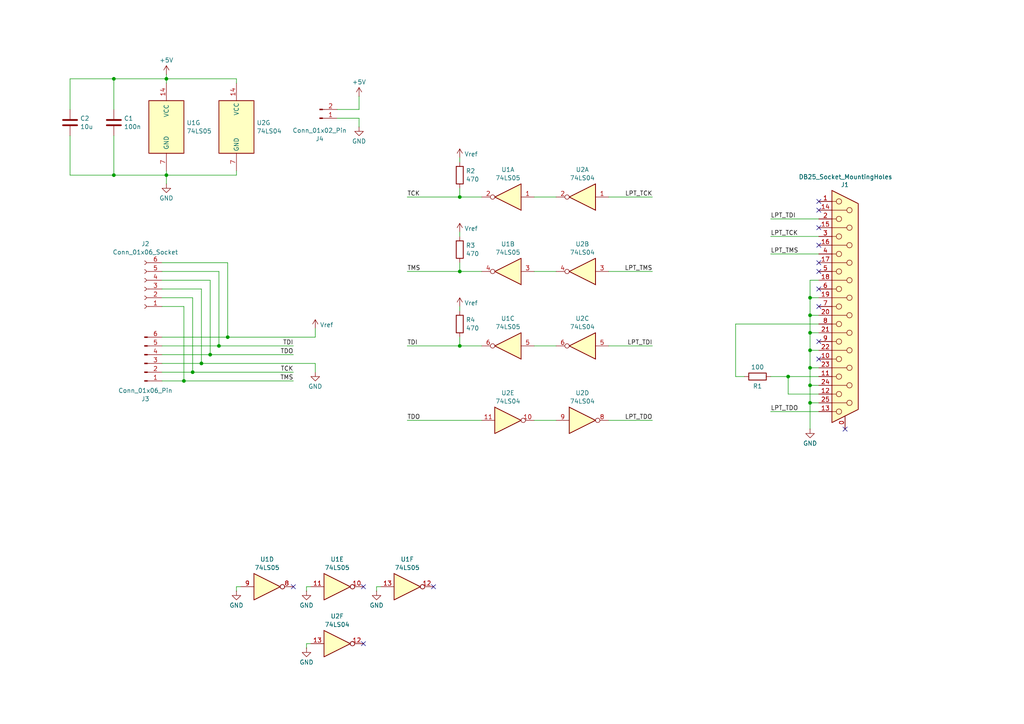
<source format=kicad_sch>
(kicad_sch (version 20250114) (generator "eeschema") (generator_version "9.0")
  (paper "A4")
  (title_block (title "Parallel Cable III") (date "2025-12-14") (rev "1") (company "maniek86.xyz"))
  (lib_symbols
    (symbol "74xx:74LS04"
      (property "Reference" "U" (at 0 1.27 0))
      (property "Value" "74LS04" (at 0 -1.27 0))
      (symbol "74LS04_1_0"
        (polyline (pts (xy -3.81 3.81) (xy -3.81 -3.81) (xy 3.81 0) (xy -3.81 3.81)) (stroke (width 0.254)) (fill (type background)))
        (pin input line (at -7.62 0 0) (length 3.81) (name "~") (number "1"))
        (pin output inverted (at 7.62 0 180) (length 3.81) (name "~") (number "2"))
      )
      (symbol "74LS04_2_0"
        (polyline (pts (xy -3.81 3.81) (xy -3.81 -3.81) (xy 3.81 0) (xy -3.81 3.81)) (stroke (width 0.254)) (fill (type background)))
        (pin input line (at -7.62 0 0) (length 3.81) (name "~") (number "3"))
        (pin output inverted (at 7.62 0 180) (length 3.81) (name "~") (number "4"))
      )
      (symbol "74LS04_3_0"
        (polyline (pts (xy -3.81 3.81) (xy -3.81 -3.81) (xy 3.81 0) (xy -3.81 3.81)) (stroke (width 0.254)) (fill (type background)))
        (pin input line (at -7.62 0 0) (length 3.81) (name "~") (number "5"))
        (pin output inverted (at 7.62 0 180) (length 3.81) (name "~") (number "6"))
      )
      (symbol "74LS04_4_0"
        (polyline (pts (xy -3.81 3.81) (xy -3.81 -3.81) (xy 3.81 0) (xy -3.81 3.81)) (stroke (width 0.254)) (fill (type background)))
        (pin input line (at -7.62 0 0) (length 3.81) (name "~") (number "9"))
        (pin output inverted (at 7.62 0 180) (length 3.81) (name "~") (number "8"))
      )
      (symbol "74LS04_5_0"
        (polyline (pts (xy -3.81 3.81) (xy -3.81 -3.81) (xy 3.81 0) (xy -3.81 3.81)) (stroke (width 0.254)) (fill (type background)))
        (pin input line (at -7.62 0 0) (length 3.81) (name "~") (number "11"))
        (pin output inverted (at 7.62 0 180) (length 3.81) (name "~") (number "10"))
      )
      (symbol "74LS04_6_0"
        (polyline (pts (xy -3.81 3.81) (xy -3.81 -3.81) (xy 3.81 0) (xy -3.81 3.81)) (stroke (width 0.254)) (fill (type background)))
        (pin input line (at -7.62 0 0) (length 3.81) (name "~") (number "13"))
        (pin output inverted (at 7.62 0 180) (length 3.81) (name "~") (number "12"))
      )
      (symbol "74LS04_7_0"
        (pin power_in line (at 0 12.7 270) (length 5.08) (name "VCC") (number "14"))
        (pin power_in line (at 0 -12.7 90) (length 5.08) (name "GND") (number "7"))
      )
      (symbol "74LS04_7_1"
        (rectangle (start -5.08 7.62) (end 5.08 -7.62) (stroke (width 0.254)) (fill (type background)))
      )
    )
    (symbol "74xx:74LS05" (pin_names (offset 1.016))
      (property "Reference" "U" (at 0 1.27 0))
      (property "Value" "74LS05" (at 0 -1.27 0))
      (symbol "74LS05_1_0"
        (polyline (pts (xy -3.81 3.81) (xy -3.81 -3.81) (xy 3.81 0) (xy -3.81 3.81)) (stroke (width 0.254)) (fill (type background)))
        (pin input line (at -7.62 0 0) (length 3.81) (name "~") (number "1"))
        (pin open_collector inverted (at 7.62 0 180) (length 3.81) (name "~") (number "2"))
      )
      (symbol "74LS05_2_0"
        (polyline (pts (xy -3.81 3.81) (xy -3.81 -3.81) (xy 3.81 0) (xy -3.81 3.81)) (stroke (width 0.254)) (fill (type background)))
        (pin input line (at -7.62 0 0) (length 3.81) (name "~") (number "3"))
        (pin open_collector inverted (at 7.62 0 180) (length 3.81) (name "~") (number "4"))
      )
      (symbol "74LS05_3_0"
        (polyline (pts (xy -3.81 3.81) (xy -3.81 -3.81) (xy 3.81 0) (xy -3.81 3.81)) (stroke (width 0.254)) (fill (type background)))
        (pin input line (at -7.62 0 0) (length 3.81) (name "~") (number "5"))
        (pin open_collector inverted (at 7.62 0 180) (length 3.81) (name "~") (number "6"))
      )
      (symbol "74LS05_4_0"
        (polyline (pts (xy -3.81 3.81) (xy -3.81 -3.81) (xy 3.81 0) (xy -3.81 3.81)) (stroke (width 0.254)) (fill (type background)))
        (pin input line (at -7.62 0 0) (length 3.81) (name "~") (number "9"))
        (pin open_collector inverted (at 7.62 0 180) (length 3.81) (name "~") (number "8"))
      )
      (symbol "74LS05_5_0"
        (polyline (pts (xy -3.81 3.81) (xy -3.81 -3.81) (xy 3.81 0) (xy -3.81 3.81)) (stroke (width 0.254)) (fill (type background)))
        (pin input line (at -7.62 0 0) (length 3.81) (name "~") (number "11"))
        (pin open_collector inverted (at 7.62 0 180) (length 3.81) (name "~") (number "10"))
      )
      (symbol "74LS05_6_0"
        (polyline (pts (xy -3.81 3.81) (xy -3.81 -3.81) (xy 3.81 0) (xy -3.81 3.81)) (stroke (width 0.254)) (fill (type background)))
        (pin input line (at -7.62 0 0) (length 3.81) (name "~") (number "13"))
        (pin open_collector inverted (at 7.62 0 180) (length 3.81) (name "~") (number "12"))
      )
      (symbol "74LS05_7_0"
        (pin power_in line (at 0 12.7 270) (length 5.08) (name "VCC") (number "14"))
        (pin power_in line (at 0 -12.7 90) (length 5.08) (name "GND") (number "7"))
      )
      (symbol "74LS05_7_1"
        (rectangle (start -5.08 7.62) (end 5.08 -7.62) (stroke (width 0.254)) (fill (type background)))
      )
    )
    (symbol "Connector:Conn_01x02_Pin" (pin_names (offset 1.016) (hide yes))
      (property "Reference" "J" (at 0 2.54 0))
      (property "Value" "Conn_01x02_Pin" (at 0 -5.08 0))
      (symbol "Conn_01x02_Pin_1_1"
        (rectangle (start 0.8636 0.127) (end 0 -0.127) (stroke (width 0.1524)) (fill (type outline)))
        (rectangle (start 0.8636 -2.413) (end 0 -2.667) (stroke (width 0.1524)) (fill (type outline)))
        (polyline (pts (xy 1.27 0) (xy 0.8636 0)) (stroke (width 0.1524)))
        (polyline (pts (xy 1.27 -2.54) (xy 0.8636 -2.54)) (stroke (width 0.1524)))
        (pin passive line (at 5.08 0 180) (length 3.81) (name "Pin_1") (number "1"))
        (pin passive line (at 5.08 -2.54 180) (length 3.81) (name "Pin_2") (number "2"))
      )
    )
    (symbol "Connector:Conn_01x06_Pin" (pin_names (offset 1.016) (hide yes))
      (property "Reference" "J" (at 0 7.62 0))
      (property "Value" "Conn_01x06_Pin" (at 0 -10.16 0))
      (symbol "Conn_01x06_Pin_1_1"
        (rectangle (start 0.8636 5.207) (end 0 4.953) (stroke (width 0.1524)) (fill (type outline)))
        (rectangle (start 0.8636 2.667) (end 0 2.413) (stroke (width 0.1524)) (fill (type outline)))
        (rectangle (start 0.8636 0.127) (end 0 -0.127) (stroke (width 0.1524)) (fill (type outline)))
        (rectangle (start 0.8636 -2.413) (end 0 -2.667) (stroke (width 0.1524)) (fill (type outline)))
        (rectangle (start 0.8636 -4.953) (end 0 -5.207) (stroke (width 0.1524)) (fill (type outline)))
        (rectangle (start 0.8636 -7.493) (end 0 -7.747) (stroke (width 0.1524)) (fill (type outline)))
        (polyline (pts (xy 1.27 5.08) (xy 0.8636 5.08)) (stroke (width 0.1524)))
        (polyline (pts (xy 1.27 2.54) (xy 0.8636 2.54)) (stroke (width 0.1524)))
        (polyline (pts (xy 1.27 0) (xy 0.8636 0)) (stroke (width 0.1524)))
        (polyline (pts (xy 1.27 -2.54) (xy 0.8636 -2.54)) (stroke (width 0.1524)))
        (polyline (pts (xy 1.27 -5.08) (xy 0.8636 -5.08)) (stroke (width 0.1524)))
        (polyline (pts (xy 1.27 -7.62) (xy 0.8636 -7.62)) (stroke (width 0.1524)))
        (pin passive line (at 5.08 5.08 180) (length 3.81) (name "Pin_1") (number "1"))
        (pin passive line (at 5.08 2.54 180) (length 3.81) (name "Pin_2") (number "2"))
        (pin passive line (at 5.08 0 180) (length 3.81) (name "Pin_3") (number "3"))
        (pin passive line (at 5.08 -2.54 180) (length 3.81) (name "Pin_4") (number "4"))
        (pin passive line (at 5.08 -5.08 180) (length 3.81) (name "Pin_5") (number "5"))
        (pin passive line (at 5.08 -7.62 180) (length 3.81) (name "Pin_6") (number "6"))
      )
    )
    (symbol "Connector:Conn_01x06_Socket" (pin_names (offset 1.016) (hide yes))
      (property "Reference" "J" (at 0 7.62 0))
      (property "Value" "Conn_01x06_Socket" (at 0 -10.16 0))
      (symbol "Conn_01x06_Socket_1_1"
        (polyline (pts (xy -1.27 5.08) (xy -0.508 5.08)) (stroke (width 0.1524)))
        (polyline (pts (xy -1.27 2.54) (xy -0.508 2.54)) (stroke (width 0.1524)))
        (polyline (pts (xy -1.27 0) (xy -0.508 0)) (stroke (width 0.1524)))
        (polyline (pts (xy -1.27 -2.54) (xy -0.508 -2.54)) (stroke (width 0.1524)))
        (polyline (pts (xy -1.27 -5.08) (xy -0.508 -5.08)) (stroke (width 0.1524)))
        (polyline (pts (xy -1.27 -7.62) (xy -0.508 -7.62)) (stroke (width 0.1524)))
        (arc (start 0 4.572) (mid -0.5058 5.08) (end 0 5.588) (stroke (width 0.1524)))
        (arc (start 0 2.032) (mid -0.5058 2.54) (end 0 3.048) (stroke (width 0.1524)))
        (arc (start 0 -0.508) (mid -0.5058 0) (end 0 0.508) (stroke (width 0.1524)))
        (arc (start 0 -3.048) (mid -0.5058 -2.54) (end 0 -2.032) (stroke (width 0.1524)))
        (arc (start 0 -5.588) (mid -0.5058 -5.08) (end 0 -4.572) (stroke (width 0.1524)))
        (arc (start 0 -8.128) (mid -0.5058 -7.62) (end 0 -7.112) (stroke (width 0.1524)))
        (pin passive line (at -5.08 5.08 0) (length 3.81) (name "Pin_1") (number "1"))
        (pin passive line (at -5.08 2.54 0) (length 3.81) (name "Pin_2") (number "2"))
        (pin passive line (at -5.08 0 0) (length 3.81) (name "Pin_3") (number "3"))
        (pin passive line (at -5.08 -2.54 0) (length 3.81) (name "Pin_4") (number "4"))
        (pin passive line (at -5.08 -5.08 0) (length 3.81) (name "Pin_5") (number "5"))
        (pin passive line (at -5.08 -7.62 0) (length 3.81) (name "Pin_6") (number "6"))
      )
    )
    (symbol "Connector:DB25_Socket_MountingHoles" (pin_names (offset 1.016) (hide yes))
      (property "Reference" "J" (at 0 36.83 0))
      (property "Value" "DB25_Socket_MountingHoles" (at 0 34.925 0))
      (symbol "DB25_Socket_MountingHoles_0_1"
        (polyline (pts (xy -3.81 33.655) (xy 3.81 29.845) (xy 3.81 -29.845) (xy -3.81 -33.655) (xy -3.81 33.655)) (stroke (width 0.254)) (fill (type background)))
        (polyline (pts (xy -3.81 30.48) (xy -2.54 30.48)))
        (polyline (pts (xy -3.81 27.94) (xy 0.508 27.94)))
        (polyline (pts (xy -3.81 25.4) (xy -2.54 25.4)))
        (polyline (pts (xy -3.81 22.86) (xy 0.508 22.86)))
        (polyline (pts (xy -3.81 20.32) (xy -2.54 20.32)))
        (polyline (pts (xy -3.81 17.78) (xy 0.508 17.78)))
        (polyline (pts (xy -3.81 15.24) (xy -2.54 15.24)))
        (polyline (pts (xy -3.81 12.7) (xy 0.508 12.7)))
        (polyline (pts (xy -3.81 10.16) (xy -2.54 10.16)))
        (polyline (pts (xy -3.81 7.62) (xy 0.508 7.62)))
        (polyline (pts (xy -3.81 5.08) (xy -2.54 5.08)))
        (polyline (pts (xy -3.81 2.54) (xy 0.508 2.54)))
        (polyline (pts (xy -3.81 0) (xy -2.54 0)))
        (polyline (pts (xy -3.81 -2.54) (xy 0.508 -2.54)))
        (polyline (pts (xy -3.81 -5.08) (xy -2.54 -5.08)))
        (polyline (pts (xy -3.81 -7.62) (xy 0.508 -7.62)))
        (polyline (pts (xy -3.81 -10.16) (xy -2.54 -10.16)))
        (polyline (pts (xy -3.81 -12.7) (xy 0.508 -12.7)))
        (polyline (pts (xy -3.81 -15.24) (xy -2.54 -15.24)))
        (polyline (pts (xy -3.81 -17.78) (xy 0.508 -17.78)))
        (polyline (pts (xy -3.81 -20.32) (xy -2.54 -20.32)))
        (polyline (pts (xy -3.81 -22.86) (xy 0.508 -22.86)))
        (polyline (pts (xy -3.81 -25.4) (xy -2.54 -25.4)))
        (polyline (pts (xy -3.81 -27.94) (xy 0.508 -27.94)))
        (polyline (pts (xy -3.81 -30.48) (xy -2.54 -30.48)))
        (circle (center -1.778 30.48) (radius 0.762))
        (circle (center -1.778 25.4) (radius 0.762))
        (circle (center -1.778 20.32) (radius 0.762))
        (circle (center -1.778 15.24) (radius 0.762))
        (circle (center -1.778 10.16) (radius 0.762))
        (circle (center -1.778 5.08) (radius 0.762))
        (circle (center -1.778 0) (radius 0.762))
        (circle (center -1.778 -5.08) (radius 0.762))
        (circle (center -1.778 -10.16) (radius 0.762))
        (circle (center -1.778 -15.24) (radius 0.762))
        (circle (center -1.778 -20.32) (radius 0.762))
        (circle (center -1.778 -25.4) (radius 0.762))
        (circle (center -1.778 -30.48) (radius 0.762))
        (circle (center 1.27 27.94) (radius 0.762))
        (circle (center 1.27 22.86) (radius 0.762))
        (circle (center 1.27 17.78) (radius 0.762))
        (circle (center 1.27 12.7) (radius 0.762))
        (circle (center 1.27 7.62) (radius 0.762))
        (circle (center 1.27 2.54) (radius 0.762))
        (circle (center 1.27 -2.54) (radius 0.762))
        (circle (center 1.27 -7.62) (radius 0.762))
        (circle (center 1.27 -12.7) (radius 0.762))
        (circle (center 1.27 -17.78) (radius 0.762))
        (circle (center 1.27 -22.86) (radius 0.762))
        (circle (center 1.27 -27.94) (radius 0.762))
      )
      (symbol "DB25_Socket_MountingHoles_1_1"
        (pin passive line (at -7.62 30.48 0) (length 3.81) (name "1") (number "1"))
        (pin passive line (at -7.62 27.94 0) (length 3.81) (name "P14") (number "14"))
        (pin passive line (at -7.62 25.4 0) (length 3.81) (name "2") (number "2"))
        (pin passive line (at -7.62 22.86 0) (length 3.81) (name "P15") (number "15"))
        (pin passive line (at -7.62 20.32 0) (length 3.81) (name "3") (number "3"))
        (pin passive line (at -7.62 17.78 0) (length 3.81) (name "P16") (number "16"))
        (pin passive line (at -7.62 15.24 0) (length 3.81) (name "4") (number "4"))
        (pin passive line (at -7.62 12.7 0) (length 3.81) (name "P17") (number "17"))
        (pin passive line (at -7.62 10.16 0) (length 3.81) (name "5") (number "5"))
        (pin passive line (at -7.62 7.62 0) (length 3.81) (name "P18") (number "18"))
        (pin passive line (at -7.62 5.08 0) (length 3.81) (name "6") (number "6"))
        (pin passive line (at -7.62 2.54 0) (length 3.81) (name "P19") (number "19"))
        (pin passive line (at -7.62 0 0) (length 3.81) (name "7") (number "7"))
        (pin passive line (at -7.62 -2.54 0) (length 3.81) (name "P20") (number "20"))
        (pin passive line (at -7.62 -5.08 0) (length 3.81) (name "8") (number "8"))
        (pin passive line (at -7.62 -7.62 0) (length 3.81) (name "P21") (number "21"))
        (pin passive line (at -7.62 -10.16 0) (length 3.81) (name "9") (number "9"))
        (pin passive line (at -7.62 -12.7 0) (length 3.81) (name "P22") (number "22"))
        (pin passive line (at -7.62 -15.24 0) (length 3.81) (name "10") (number "10"))
        (pin passive line (at -7.62 -17.78 0) (length 3.81) (name "P23") (number "23"))
        (pin passive line (at -7.62 -20.32 0) (length 3.81) (name "11") (number "11"))
        (pin passive line (at -7.62 -22.86 0) (length 3.81) (name "P24") (number "24"))
        (pin passive line (at -7.62 -25.4 0) (length 3.81) (name "12") (number "12"))
        (pin passive line (at -7.62 -27.94 0) (length 3.81) (name "P25") (number "25"))
        (pin passive line (at -7.62 -30.48 0) (length 3.81) (name "13") (number "13"))
        (pin passive line (at 0 -35.56 90) (length 3.81) (name "PAD") (number "0"))
      )
    )
    (symbol "Device:C" (pin_numbers (hide yes)) (pin_names (offset 0.254))
      (property "Reference" "C" (at 0.635 2.54 0))
      (property "Value" "C" (at 0.635 -2.54 0))
      (symbol "C_0_1"
        (polyline (pts (xy -2.032 0.762) (xy 2.032 0.762)) (stroke (width 0.508)))
        (polyline (pts (xy -2.032 -0.762) (xy 2.032 -0.762)) (stroke (width 0.508)))
      )
      (symbol "C_1_1"
        (pin passive line (at 0 3.81 270) (length 2.794) (name "~") (number "1"))
        (pin passive line (at 0 -3.81 90) (length 2.794) (name "~") (number "2"))
      )
    )
    (symbol "Device:R" (pin_numbers (hide yes)) (pin_names (offset 0))
      (property "Reference" "R" (at 2.032 0 90))
      (property "Value" "R" (at 0 0 90))
      (symbol "R_0_1"
        (rectangle (start -1.016 -2.54) (end 1.016 2.54) (stroke (width 0.254)))
      )
      (symbol "R_1_1"
        (pin passive line (at 0 3.81 270) (length 1.27) (name "~") (number "1"))
        (pin passive line (at 0 -3.81 90) (length 1.27) (name "~") (number "2"))
      )
    )
    (symbol "power:+5V" (power) (pin_numbers (hide yes)) (pin_names (offset 0) (hide yes))
      (property "Value" "+5V" (at 0 3.556 0))
      (symbol "+5V_0_1"
        (polyline (pts (xy -0.762 1.27) (xy 0 2.54)))
        (polyline (pts (xy 0 2.54) (xy 0.762 1.27)))
        (polyline (pts (xy 0 0) (xy 0 2.54)))
      )
      (symbol "+5V_1_1"
        (pin power_in line (at 0 0 90) (length 0) (name "~") (number "1"))
      )
    )
    (symbol "power:GND" (power) (pin_numbers (hide yes)) (pin_names (offset 0) (hide yes))
      (property "Value" "GND" (at 0 -3.81 0))
      (symbol "GND_0_1"
        (polyline (pts (xy 0 0) (xy 0 -1.27) (xy 1.27 -1.27) (xy 0 -2.54) (xy -1.27 -1.27) (xy 0 -1.27)))
      )
      (symbol "GND_1_1"
        (pin power_in line (at 0 0 270) (length 0) (name "~") (number "1"))
      )
    )
    (symbol "power:VD" (power) (pin_numbers (hide yes)) (pin_names (offset 0) (hide yes))
      (property "Value" "VD" (at 0 3.556 0))
      (symbol "VD_0_1"
        (polyline (pts (xy -0.762 1.27) (xy 0 2.54)))
        (polyline (pts (xy 0 2.54) (xy 0.762 1.27)))
        (polyline (pts (xy 0 0) (xy 0 2.54)))
      )
      (symbol "VD_1_1"
        (pin power_in line (at 0 0 90) (length 0) (name "~") (number "1"))
      )
    )
  )
  (junction (at 55.88 107.95))
  (junction (at 66.04 97.79))
  (junction (at 33.02 50.8))
  (junction (at 234.95 111.76))
  (junction (at 234.95 116.84))
  (junction (at 60.96 102.87))
  (junction (at 133.35 78.74))
  (junction (at 48.26 50.8))
  (junction (at 234.95 106.68))
  (junction (at 48.26 22.86))
  (junction (at 58.42 105.41))
  (junction (at 234.95 86.36))
  (junction (at 133.35 57.15))
  (junction (at 133.35 100.33))
  (junction (at 53.34 110.49))
  (junction (at 63.5 100.33))
  (junction (at 234.95 96.52))
  (junction (at 234.95 91.44))
  (junction (at 234.95 101.6))
  (junction (at 228.6 109.22))
  (junction (at 33.02 22.86))
  (no_connect (at 245.11 124.46))
  (no_connect (at 85.09 170.18))
  (no_connect (at 237.49 88.9))
  (no_connect (at 237.49 71.12))
  (no_connect (at 237.49 99.06))
  (no_connect (at 237.49 58.42))
  (no_connect (at 237.49 60.96))
  (no_connect (at 105.41 170.18))
  (no_connect (at 237.49 66.04))
  (no_connect (at 237.49 76.2))
  (no_connect (at 237.49 83.82))
  (no_connect (at 237.49 78.74))
  (no_connect (at 237.49 104.14))
  (no_connect (at 125.73 170.18))
  (no_connect (at 105.41 186.69))
  (wire (pts (xy 60.96 81.28) (xy 46.99 81.28)))
  (wire (pts (xy 234.95 86.36) (xy 234.95 81.28)))
  (wire (pts (xy 234.95 106.68) (xy 234.95 101.6)))
  (wire (pts (xy 66.04 97.79) (xy 46.99 97.79)))
  (wire (pts (xy 48.26 22.86) (xy 48.26 24.13)))
  (wire (pts (xy 223.52 73.66) (xy 237.49 73.66)))
  (wire (pts (xy 234.95 111.76) (xy 237.49 111.76)))
  (wire (pts (xy 133.35 57.15) (xy 139.7 57.15)))
  (wire (pts (xy 133.35 100.33) (xy 139.7 100.33)))
  (wire (pts (xy 33.02 22.86) (xy 48.26 22.86)))
  (wire (pts (xy 176.53 78.74) (xy 189.23 78.74)))
  (wire (pts (xy 133.35 97.79) (xy 133.35 100.33)))
  (wire (pts (xy 88.9 171.45) (xy 88.9 170.18)))
  (wire (pts (xy 68.58 171.45) (xy 68.58 170.18)))
  (wire (pts (xy 63.5 100.33) (xy 85.09 100.33)))
  (wire (pts (xy 60.96 102.87) (xy 85.09 102.87)))
  (wire (pts (xy 176.53 100.33) (xy 189.23 100.33)))
  (wire (pts (xy 154.94 57.15) (xy 161.29 57.15)))
  (wire (pts (xy 55.88 107.95) (xy 55.88 86.36)))
  (wire (pts (xy 20.32 22.86) (xy 33.02 22.86)))
  (wire (pts (xy 104.14 34.29) (xy 97.79 34.29)))
  (wire (pts (xy 58.42 83.82) (xy 58.42 105.41)))
  (wire (pts (xy 88.9 186.69) (xy 90.17 186.69)))
  (wire (pts (xy 20.32 50.8) (xy 20.32 39.37)))
  (wire (pts (xy 46.99 102.87) (xy 60.96 102.87)))
  (wire (pts (xy 46.99 107.95) (xy 55.88 107.95)))
  (wire (pts (xy 234.95 111.76) (xy 234.95 106.68)))
  (wire (pts (xy 234.95 116.84) (xy 234.95 124.46)))
  (wire (pts (xy 91.44 95.25) (xy 91.44 97.79)))
  (wire (pts (xy 118.11 78.74) (xy 133.35 78.74)))
  (wire (pts (xy 68.58 170.18) (xy 69.85 170.18)))
  (wire (pts (xy 104.14 27.94) (xy 104.14 31.75)))
  (wire (pts (xy 53.34 110.49) (xy 46.99 110.49)))
  (wire (pts (xy 60.96 102.87) (xy 60.96 81.28)))
  (wire (pts (xy 88.9 170.18) (xy 90.17 170.18)))
  (wire (pts (xy 133.35 88.9) (xy 133.35 90.17)))
  (wire (pts (xy 55.88 107.95) (xy 85.09 107.95)))
  (wire (pts (xy 228.6 114.3) (xy 228.6 109.22)))
  (wire (pts (xy 133.35 45.72) (xy 133.35 46.99)))
  (wire (pts (xy 228.6 109.22) (xy 237.49 109.22)))
  (wire (pts (xy 118.11 100.33) (xy 133.35 100.33)))
  (wire (pts (xy 104.14 31.75) (xy 97.79 31.75)))
  (wire (pts (xy 20.32 31.75) (xy 20.32 22.86)))
  (wire (pts (xy 63.5 100.33) (xy 46.99 100.33)))
  (wire (pts (xy 58.42 105.41) (xy 46.99 105.41)))
  (wire (pts (xy 66.04 97.79) (xy 91.44 97.79)))
  (wire (pts (xy 46.99 78.74) (xy 63.5 78.74)))
  (wire (pts (xy 234.95 91.44) (xy 237.49 91.44)))
  (wire (pts (xy 234.95 96.52) (xy 234.95 91.44)))
  (wire (pts (xy 66.04 76.2) (xy 66.04 97.79)))
  (wire (pts (xy 109.22 170.18) (xy 110.49 170.18)))
  (wire (pts (xy 234.95 101.6) (xy 237.49 101.6)))
  (wire (pts (xy 133.35 76.2) (xy 133.35 78.74)))
  (wire (pts (xy 48.26 50.8) (xy 48.26 53.34)))
  (wire (pts (xy 234.95 91.44) (xy 234.95 86.36)))
  (wire (pts (xy 237.49 93.98) (xy 213.36 93.98)))
  (wire (pts (xy 48.26 50.8) (xy 68.58 50.8)))
  (wire (pts (xy 53.34 88.9) (xy 53.34 110.49)))
  (wire (pts (xy 237.49 114.3) (xy 228.6 114.3)))
  (wire (pts (xy 176.53 121.92) (xy 189.23 121.92)))
  (wire (pts (xy 88.9 187.96) (xy 88.9 186.69)))
  (wire (pts (xy 33.02 50.8) (xy 48.26 50.8)))
  (wire (pts (xy 154.94 121.92) (xy 161.29 121.92)))
  (wire (pts (xy 104.14 36.83) (xy 104.14 34.29)))
  (wire (pts (xy 118.11 57.15) (xy 133.35 57.15)))
  (wire (pts (xy 118.11 121.92) (xy 139.7 121.92)))
  (wire (pts (xy 154.94 78.74) (xy 161.29 78.74)))
  (wire (pts (xy 46.99 83.82) (xy 58.42 83.82)))
  (wire (pts (xy 133.35 54.61) (xy 133.35 57.15)))
  (wire (pts (xy 223.52 63.5) (xy 237.49 63.5)))
  (wire (pts (xy 176.53 57.15) (xy 189.23 57.15)))
  (wire (pts (xy 68.58 50.8) (xy 68.58 49.53)))
  (wire (pts (xy 48.26 22.86) (xy 68.58 22.86)))
  (wire (pts (xy 223.52 109.22) (xy 228.6 109.22)))
  (wire (pts (xy 109.22 171.45) (xy 109.22 170.18)))
  (wire (pts (xy 46.99 76.2) (xy 66.04 76.2)))
  (wire (pts (xy 46.99 88.9) (xy 53.34 88.9)))
  (wire (pts (xy 234.95 101.6) (xy 234.95 96.52)))
  (wire (pts (xy 58.42 105.41) (xy 91.44 105.41)))
  (wire (pts (xy 234.95 96.52) (xy 237.49 96.52)))
  (wire (pts (xy 133.35 67.31) (xy 133.35 68.58)))
  (wire (pts (xy 48.26 21.59) (xy 48.26 22.86)))
  (wire (pts (xy 234.95 116.84) (xy 237.49 116.84)))
  (wire (pts (xy 213.36 93.98) (xy 213.36 109.22)))
  (wire (pts (xy 33.02 39.37) (xy 33.02 50.8)))
  (wire (pts (xy 154.94 100.33) (xy 161.29 100.33)))
  (wire (pts (xy 223.52 119.38) (xy 237.49 119.38)))
  (wire (pts (xy 234.95 86.36) (xy 237.49 86.36)))
  (wire (pts (xy 91.44 107.95) (xy 91.44 105.41)))
  (wire (pts (xy 33.02 31.75) (xy 33.02 22.86)))
  (wire (pts (xy 48.26 49.53) (xy 48.26 50.8)))
  (wire (pts (xy 223.52 68.58) (xy 237.49 68.58)))
  (wire (pts (xy 234.95 111.76) (xy 234.95 116.84)))
  (wire (pts (xy 33.02 50.8) (xy 20.32 50.8)))
  (wire (pts (xy 55.88 86.36) (xy 46.99 86.36)))
  (wire (pts (xy 234.95 81.28) (xy 237.49 81.28)))
  (wire (pts (xy 53.34 110.49) (xy 85.09 110.49)))
  (wire (pts (xy 63.5 78.74) (xy 63.5 100.33)))
  (wire (pts (xy 234.95 106.68) (xy 237.49 106.68)))
  (wire (pts (xy 213.36 109.22) (xy 215.9 109.22)))
  (wire (pts (xy 68.58 22.86) (xy 68.58 24.13)))
  (wire (pts (xy 133.35 78.74) (xy 139.7 78.74)))
  (label "LPT_TDI" (at 189.23 100.33 180))
  (label "TDI" (at 85.09 100.33 180))
  (label "TCK" (at 85.09 107.95 180))
  (label "LPT_TDO" (at 189.23 121.92 180))
  (label "LPT_TMS" (at 223.52 73.66 0))
  (label "TCK" (at 118.11 57.15 0))
  (label "LPT_TDI" (at 223.52 63.5 0))
  (label "TDO" (at 118.11 121.92 0))
  (label "LPT_TDO" (at 223.52 119.38 0))
  (label "TMS" (at 85.09 110.49 180))
  (label "LPT_TCK" (at 189.23 57.15 180))
  (label "LPT_TMS" (at 189.23 78.74 180))
  (label "TDI" (at 118.11 100.33 0))
  (label "TMS" (at 118.11 78.74 0))
  (label "TDO" (at 85.09 102.87 180))
  (label "LPT_TCK" (at 223.52 68.58 0))
  (symbol (lib_id "Connector:Conn_01x02_Pin") (at 92.71 34.29 0) (mirror x) (unit 1)
    (property "Reference" "J4" (at 92.71 40.2703 0))
    (property "Value" "Conn_01x02_Pin" (at 92.71 37.846 0))
    (property "Footprint" "Connector_PinHeader_2.54mm:PinHeader_1x02_P2.54mm_Vertical" (effects (hide yes)))
    (property "Description" "Generic connector, single row, 01x02, script generated" (effects (hide yes)))
  )
  (symbol (lib_id "74xx:74LS04") (at 68.58 36.83 0) (unit 7)
    (property "Reference" "U2" (at 74.422 35.6178 0) (effects (justify left)))
    (property "Value" "74LS04" (at 74.422 38.0421 0) (effects (justify left)))
    (property "Footprint" "Package_DIP:DIP-14_W7.62mm" (effects (hide yes)))
    (property "Datasheet" "http://www.ti.com/lit/gpn/sn74LS04" (effects (hide yes)))
    (property "Description" "Hex Inverter" (effects (hide yes)))
  )
  (symbol (lib_id "74xx:74LS05") (at 147.32 100.33 180) (unit 3)
    (property "Reference" "U1" (at 147.32 92.3755 0))
    (property "Value" "74LS05" (at 147.32 94.7998 0))
    (property "Footprint" "Package_DIP:DIP-14_W7.62mm" (effects (hide yes)))
    (property "Datasheet" "http://www.ti.com/lit/gpn/sn74LS05" (effects (hide yes)))
    (property "Description" "Inverter Open Collect" (effects (hide yes)))
  )
  (symbol (lib_id "power:GND") (at 88.9 171.45 0) (unit 1)
    (property "Reference" "#PWR08" (effects (hide yes)))
    (property "Value" "GND" (at 88.9 175.5831 0))
    (property "Description" "Power symbol creates a global label with name \"GND\" , ground" (effects (hide yes)))
  )
  (symbol (lib_id "74xx:74LS04") (at 168.91 78.74 180) (unit 2)
    (property "Reference" "U2" (at 168.91 70.7855 0))
    (property "Value" "74LS04" (at 168.91 73.2098 0))
    (property "Footprint" "Package_DIP:DIP-14_W7.62mm" (effects (hide yes)))
    (property "Datasheet" "http://www.ti.com/lit/gpn/sn74LS04" (effects (hide yes)))
    (property "Description" "Hex Inverter" (effects (hide yes)))
  )
  (symbol (lib_id "74xx:74LS05") (at 77.47 170.18 0) (unit 4)
    (property "Reference" "U1" (at 77.47 162.2255 0))
    (property "Value" "74LS05" (at 77.47 164.6498 0))
    (property "Footprint" "Package_DIP:DIP-14_W7.62mm" (effects (hide yes)))
    (property "Datasheet" "http://www.ti.com/lit/gpn/sn74LS05" (effects (hide yes)))
    (property "Description" "Inverter Open Collect" (effects (hide yes)))
  )
  (symbol (lib_id "power:+5V") (at 48.26 21.59 0) (unit 1)
    (property "Reference" "#PWR01" (effects (hide yes)))
    (property "Value" "+5V" (at 48.26 17.4569 0))
    (property "Description" "Power symbol creates a global label with name \"+5V\"" (effects (hide yes)))
  )
  (symbol (lib_id "power:VD") (at 133.35 88.9 0) (unit 1)
    (property "Reference" "#PWR05" (effects (hide yes)))
    (property "Value" "Vref" (at 136.652 87.884 0))
    (property "Description" "Power symbol creates a global label with name \"Vref\"" (effects (hide yes)))
  )
  (symbol (lib_id "power:GND") (at 88.9 187.96 0) (unit 1)
    (property "Reference" "#PWR06" (effects (hide yes)))
    (property "Value" "GND" (at 88.9 192.0931 0))
    (property "Description" "Power symbol creates a global label with name \"GND\" , ground" (effects (hide yes)))
  )
  (symbol (lib_id "74xx:74LS04") (at 168.91 57.15 180) (unit 1)
    (property "Reference" "U2" (at 168.91 49.1955 0))
    (property "Value" "74LS04" (at 168.91 51.6198 0))
    (property "Footprint" "Package_DIP:DIP-14_W7.62mm" (effects (hide yes)))
    (property "Datasheet" "http://www.ti.com/lit/gpn/sn74LS04" (effects (hide yes)))
    (property "Description" "Hex Inverter" (effects (hide yes)))
  )
  (symbol (lib_id "Device:C") (at 33.02 35.56 0) (unit 1)
    (property "Reference" "C1" (at 35.941 34.3478 0) (effects (justify left)))
    (property "Value" "100n" (at 35.941 36.7721 0) (effects (justify left)))
    (property "Footprint" "Capacitor_SMD:C_0805_2012Metric_Pad1.18x1.45mm_HandSolder" (effects (hide yes)))
    (property "Description" "Unpolarized capacitor" (effects (hide yes)))
  )
  (symbol (lib_id "power:GND") (at 91.44 107.95 0) (unit 1)
    (property "Reference" "#PWR010" (effects (hide yes)))
    (property "Value" "GND" (at 91.44 112.0831 0))
    (property "Description" "Power symbol creates a global label with name \"GND\" , ground" (effects (hide yes)))
  )
  (symbol (lib_id "74xx:74LS04") (at 97.79 186.69 0) (unit 6)
    (property "Reference" "U2" (at 97.79 178.7355 0))
    (property "Value" "74LS04" (at 97.79 181.1598 0))
    (property "Footprint" "Package_DIP:DIP-14_W7.62mm" (effects (hide yes)))
    (property "Datasheet" "http://www.ti.com/lit/gpn/sn74LS04" (effects (hide yes)))
    (property "Description" "Hex Inverter" (effects (hide yes)))
  )
  (symbol (lib_id "power:+5V") (at 104.14 27.94 0) (unit 1)
    (property "Reference" "#PWR012" (effects (hide yes)))
    (property "Value" "+5V" (at 104.14 23.8069 0))
    (property "Description" "Power symbol creates a global label with name \"+5V\"" (effects (hide yes)))
  )
  (symbol (lib_id "Device:R") (at 133.35 50.8 0) (unit 1)
    (property "Reference" "R2" (at 135.128 49.5878 0) (effects (justify left)))
    (property "Value" "470" (at 135.128 52.0121 0) (effects (justify left)))
    (property "Footprint" "Resistor_SMD:R_0805_2012Metric_Pad1.20x1.40mm_HandSolder" (effects (hide yes)))
    (property "Description" "Resistor" (effects (hide yes)))
  )
  (symbol (lib_id "74xx:74LS05") (at 97.79 170.18 0) (unit 5)
    (property "Reference" "U1" (at 97.79 162.2255 0))
    (property "Value" "74LS05" (at 97.79 164.6498 0))
    (property "Footprint" "Package_DIP:DIP-14_W7.62mm" (effects (hide yes)))
    (property "Datasheet" "http://www.ti.com/lit/gpn/sn74LS05" (effects (hide yes)))
    (property "Description" "Inverter Open Collect" (effects (hide yes)))
  )
  (symbol (lib_id "power:GND") (at 104.14 36.83 0) (unit 1)
    (property "Reference" "#PWR013" (effects (hide yes)))
    (property "Value" "GND" (at 104.14 40.9631 0))
    (property "Description" "Power symbol creates a global label with name \"GND\" , ground" (effects (hide yes)))
  )
  (symbol (lib_id "Device:R") (at 133.35 72.39 0) (unit 1)
    (property "Reference" "R3" (at 135.128 71.1778 0) (effects (justify left)))
    (property "Value" "470" (at 135.128 73.6021 0) (effects (justify left)))
    (property "Footprint" "Resistor_SMD:R_0805_2012Metric_Pad1.20x1.40mm_HandSolder" (effects (hide yes)))
    (property "Description" "Resistor" (effects (hide yes)))
  )
  (symbol (lib_id "Connector:Conn_01x06_Socket") (at 41.91 83.82 180) (unit 1)
    (property "Reference" "J2" (at 42.164 70.7277 0))
    (property "Value" "Conn_01x06_Socket" (at 42.164 73.152 0))
    (property "Footprint" "Connector_PinSocket_2.54mm:PinSocket_1x06_P2.54mm_Vertical" (effects (hide yes)))
    (property "Description" "Generic connector, single row, 01x06, script generated" (effects (hide yes)))
  )
  (symbol (lib_id "74xx:74LS05") (at 48.26 36.83 0) (unit 7)
    (property "Reference" "U1" (at 54.102 35.6178 0) (effects (justify left)))
    (property "Value" "74LS05" (at 54.102 38.0421 0) (effects (justify left)))
    (property "Footprint" "Package_DIP:DIP-14_W7.62mm" (effects (hide yes)))
    (property "Datasheet" "http://www.ti.com/lit/gpn/sn74LS05" (effects (hide yes)))
    (property "Description" "Inverter Open Collect" (effects (hide yes)))
  )
  (symbol (lib_id "74xx:74LS04") (at 168.91 100.33 180) (unit 3)
    (property "Reference" "U2" (at 168.91 92.3755 0))
    (property "Value" "74LS04" (at 168.91 94.7998 0))
    (property "Footprint" "Package_DIP:DIP-14_W7.62mm" (effects (hide yes)))
    (property "Datasheet" "http://www.ti.com/lit/gpn/sn74LS04" (effects (hide yes)))
    (property "Description" "Hex Inverter" (effects (hide yes)))
  )
  (symbol (lib_id "power:VD") (at 91.44 95.25 0) (unit 1)
    (property "Reference" "#PWR011" (effects (hide yes)))
    (property "Value" "Vref" (at 94.742 94.234 0))
    (property "Description" "Power symbol creates a global label with name \"Vref\"" (effects (hide yes)))
  )
  (symbol (lib_id "74xx:74LS05") (at 147.32 78.74 180) (unit 2)
    (property "Reference" "U1" (at 147.32 70.7855 0))
    (property "Value" "74LS05" (at 147.32 73.2098 0))
    (property "Footprint" "Package_DIP:DIP-14_W7.62mm" (effects (hide yes)))
    (property "Datasheet" "http://www.ti.com/lit/gpn/sn74LS05" (effects (hide yes)))
    (property "Description" "Inverter Open Collect" (effects (hide yes)))
  )
  (symbol (lib_id "74xx:74LS05") (at 118.11 170.18 0) (unit 6)
    (property "Reference" "U1" (at 118.11 162.2255 0))
    (property "Value" "74LS05" (at 118.11 164.6498 0))
    (property "Footprint" "Package_DIP:DIP-14_W7.62mm" (effects (hide yes)))
    (property "Datasheet" "http://www.ti.com/lit/gpn/sn74LS05" (effects (hide yes)))
    (property "Description" "Inverter Open Collect" (effects (hide yes)))
  )
  (symbol (lib_id "power:GND") (at 234.95 124.46 0) (unit 1)
    (property "Reference" "#PWR03" (effects (hide yes)))
    (property "Value" "GND" (at 234.95 128.5931 0))
    (property "Description" "Power symbol creates a global label with name \"GND\" , ground" (effects (hide yes)))
  )
  (symbol (lib_id "74xx:74LS04") (at 147.32 121.92 0) (unit 5)
    (property "Reference" "U2" (at 147.32 113.9655 0))
    (property "Value" "74LS04" (at 147.32 116.3898 0))
    (property "Footprint" "Package_DIP:DIP-14_W7.62mm" (effects (hide yes)))
    (property "Datasheet" "http://www.ti.com/lit/gpn/sn74LS04" (effects (hide yes)))
    (property "Description" "Hex Inverter" (effects (hide yes)))
  )
  (symbol (lib_id "power:GND") (at 68.58 171.45 0) (unit 1)
    (property "Reference" "#PWR09" (effects (hide yes)))
    (property "Value" "GND" (at 68.58 175.5831 0))
    (property "Description" "Power symbol creates a global label with name \"GND\" , ground" (effects (hide yes)))
  )
  (symbol (lib_id "Connector:DB25_Socket_MountingHoles") (at 245.11 88.9 0) (unit 1)
    (property "Reference" "J1" (at 243.84 53.594 0) (effects (justify left)))
    (property "Value" "DB25_Socket_MountingHoles" (at 231.648 51.308 0) (effects (justify left)))
    (property "Footprint" "Connector_Dsub:DSUB-25_Socket_Horizontal_P2.77x2.84mm_EdgePinOffset4.94mm_Housed_MountingHolesOffset4.94mm" (effects (hide yes)))
    (property "Description" "25-pin D-SUB connector, socket (female), Mounting Hole" (effects (hide yes)))
  )
  (symbol (lib_id "Device:R") (at 133.35 93.98 0) (unit 1)
    (property "Reference" "R4" (at 135.128 92.7678 0) (effects (justify left)))
    (property "Value" "470" (at 135.128 95.1921 0) (effects (justify left)))
    (property "Footprint" "Resistor_SMD:R_0805_2012Metric_Pad1.20x1.40mm_HandSolder" (effects (hide yes)))
    (property "Description" "Resistor" (effects (hide yes)))
  )
  (symbol (lib_id "power:VD") (at 133.35 45.72 0) (unit 1)
    (property "Reference" "#PWR50" (effects (hide yes)))
    (property "Value" "Vref" (at 136.652 44.704 0))
    (property "Description" "Power symbol creates a global label with name \"Vref\"" (effects (hide yes)))
  )
  (symbol (lib_id "Connector:Conn_01x06_Pin") (at 41.91 105.41 0) (mirror x) (unit 1)
    (property "Reference" "J3" (at 42.164 115.7083 0))
    (property "Value" "Conn_01x06_Pin" (at 42.164 113.284 0))
    (property "Footprint" "Connector_PinHeader_2.54mm:PinHeader_1x06_P2.54mm_Vertical" (effects (hide yes)))
    (property "Description" "Generic connector, single row, 01x06, script generated" (effects (hide yes)))
  )
  (symbol (lib_id "74xx:74LS05") (at 147.32 57.15 180) (unit 1)
    (property "Reference" "U1" (at 147.32 49.1955 0))
    (property "Value" "74LS05" (at 147.32 51.6198 0))
    (property "Footprint" "Package_DIP:DIP-14_W7.62mm" (effects (hide yes)))
    (property "Datasheet" "http://www.ti.com/lit/gpn/sn74LS05" (effects (hide yes)))
    (property "Description" "Inverter Open Collect" (effects (hide yes)))
  )
  (symbol (lib_id "power:VD") (at 133.35 67.31 0) (unit 1)
    (property "Reference" "#PWR04" (effects (hide yes)))
    (property "Value" "Vref" (at 136.652 66.294 0))
    (property "Description" "Power symbol creates a global label with name \"Vref\"" (effects (hide yes)))
  )
  (symbol (lib_id "Device:R") (at 219.71 109.22 90) (unit 1)
    (property "Reference" "R1" (at 219.71 112.014 90))
    (property "Value" "100" (at 219.71 106.4838 90))
    (property "Footprint" "Resistor_SMD:R_0805_2012Metric_Pad1.20x1.40mm_HandSolder" (effects (hide yes)))
    (property "Description" "Resistor" (effects (hide yes)))
  )
  (symbol (lib_id "74xx:74LS04") (at 168.91 121.92 0) (unit 4)
    (property "Reference" "U2" (at 168.91 113.9655 0))
    (property "Value" "74LS04" (at 168.91 116.3898 0))
    (property "Footprint" "Package_DIP:DIP-14_W7.62mm" (effects (hide yes)))
    (property "Datasheet" "http://www.ti.com/lit/gpn/sn74LS04" (effects (hide yes)))
    (property "Description" "Hex Inverter" (effects (hide yes)))
  )
  (symbol (lib_id "Device:C") (at 20.32 35.56 0) (unit 1)
    (property "Reference" "C2" (at 23.241 34.3478 0) (effects (justify left)))
    (property "Value" "10u" (at 23.241 36.7721 0) (effects (justify left)))
    (property "Footprint" "Capacitor_THT:CP_Radial_D5.0mm_P2.50mm" (effects (hide yes)))
    (property "Description" "Unpolarized capacitor" (effects (hide yes)))
  )
  (symbol (lib_id "power:GND") (at 48.26 53.34 0) (unit 1)
    (property "Reference" "#PWR02" (effects (hide yes)))
    (property "Value" "GND" (at 48.26 57.4731 0))
    (property "Description" "Power symbol creates a global label with name \"GND\" , ground" (effects (hide yes)))
  )
  (symbol (lib_id "power:GND") (at 109.22 171.45 0) (unit 1)
    (property "Reference" "#PWR07" (effects (hide yes)))
    (property "Value" "GND" (at 109.22 175.5831 0))
    (property "Description" "Power symbol creates a global label with name \"GND\" , ground" (effects (hide yes)))
  )
)
</source>
